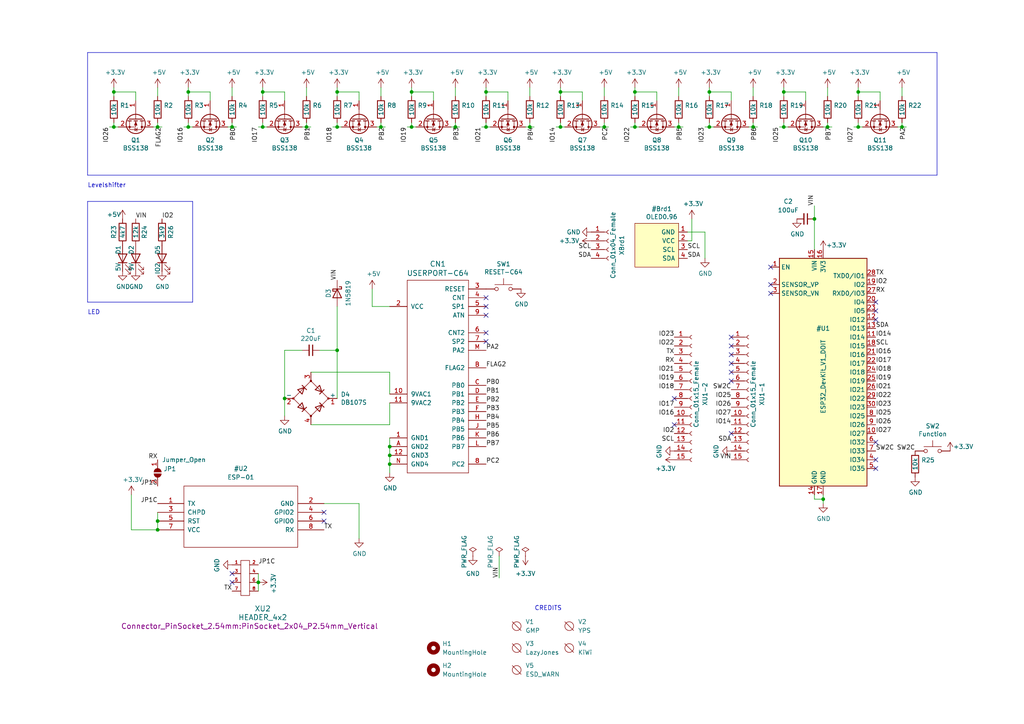
<source format=kicad_sch>
(kicad_sch (version 20231120) (generator "eeschema") (generator_version "8.0")
  (paper "A4")
  (title_block (title "WiC64 Plugin") (date "2021-01-18") (rev "0.6") (comment 1 "(C) 2021 by GMP"))
  (lib_symbols
    (symbol "Connector:Conn_01x04_Socket" (pin_names (offset 1.016) hide)
      (property "Reference" "J" (at 0 5.08 0))
      (property "Value" "Conn_01x04_Socket" (at 0 -7.62 0))
      (symbol "Conn_01x04_Socket_1_1"
        (pin passive line (at -5.08 2.54 0) (length 3.81) (name "Pin_1") (number "1"))
        (pin passive line (at -5.08 0 0) (length 3.81) (name "Pin_2") (number "2"))
        (pin passive line (at -5.08 -2.54 0) (length 3.81) (name "Pin_3") (number "3"))
        (pin passive line (at -5.08 -5.08 0) (length 3.81) (name "Pin_4") (number "4"))
      )
    )
    (symbol "Connector:Conn_01x15_Socket" (pin_names (offset 1.016) hide)
      (property "Reference" "J" (at 0 20.32 0))
      (property "Value" "Conn_01x15_Socket" (at 0 -20.32 0))
      (symbol "Conn_01x15_Socket_1_1"
        (pin passive line (at -5.08 17.78 0) (length 3.81) (name "Pin_1") (number "1"))
        (pin passive line (at -5.08 -5.08 0) (length 3.81) (name "Pin_10") (number "10"))
        (pin passive line (at -5.08 -7.62 0) (length 3.81) (name "Pin_11") (number "11"))
        (pin passive line (at -5.08 -10.16 0) (length 3.81) (name "Pin_12") (number "12"))
        (pin passive line (at -5.08 -12.7 0) (length 3.81) (name "Pin_13") (number "13"))
        (pin passive line (at -5.08 -15.24 0) (length 3.81) (name "Pin_14") (number "14"))
        (pin passive line (at -5.08 -17.78 0) (length 3.81) (name "Pin_15") (number "15"))
        (pin passive line (at -5.08 15.24 0) (length 3.81) (name "Pin_2") (number "2"))
        (pin passive line (at -5.08 12.7 0) (length 3.81) (name "Pin_3") (number "3"))
        (pin passive line (at -5.08 10.16 0) (length 3.81) (name "Pin_4") (number "4"))
        (pin passive line (at -5.08 7.62 0) (length 3.81) (name "Pin_5") (number "5"))
        (pin passive line (at -5.08 5.08 0) (length 3.81) (name "Pin_6") (number "6"))
        (pin passive line (at -5.08 2.54 0) (length 3.81) (name "Pin_7") (number "7"))
        (pin passive line (at -5.08 0 0) (length 3.81) (name "Pin_8") (number "8"))
        (pin passive line (at -5.08 -2.54 0) (length 3.81) (name "Pin_9") (number "9"))
      )
    )
    (symbol "Device:C_Small" (pin_numbers hide) (pin_names (offset 0.254) hide)
      (property "Reference" "C" (at 0.254 1.778 0))
      (property "Value" "C_Small" (at 0.254 -2.032 0))
      (symbol "C_Small_1_1"
        (pin passive line (at 0 2.54 270) (length 2.032) (name "~") (number "1"))
        (pin passive line (at 0 -2.54 90) (length 2.032) (name "~") (number "2"))
      )
    )
    (symbol "Device:D_Bridge_+-AA" (pin_names (offset 0))
      (property "Reference" "D" (at 2.54 6.985 0))
      (property "Value" "D_Bridge_+-AA" (at 2.54 5.08 0))
      (symbol "D_Bridge_+-AA_1_1"
        (pin passive line (at 7.62 0 180) (length 2.54) (name "+") (number "1"))
        (pin passive line (at -7.62 0 0) (length 2.54) (name "-") (number "2"))
        (pin passive line (at 0 7.62 270) (length 2.54) (name "~") (number "3"))
        (pin passive line (at 0 -7.62 90) (length 2.54) (name "~") (number "4"))
      )
    )
    (symbol "Device:D_Schottky" (pin_numbers hide) (pin_names (offset 1.016) hide)
      (property "Reference" "D" (at 0 2.54 0))
      (property "Value" "D_Schottky" (at 0 -2.54 0))
      (symbol "D_Schottky_1_1"
        (pin passive line (at -3.81 0 0) (length 2.54) (name "K") (number "1"))
        (pin passive line (at 3.81 0 180) (length 2.54) (name "A") (number "2"))
      )
    )
    (symbol "Device:LED" (pin_numbers hide) (pin_names (offset 1.016) hide)
      (property "Reference" "D" (at 0 2.54 0))
      (property "Value" "LED" (at 0 -2.54 0))
      (symbol "LED_1_1"
        (pin passive line (at -3.81 0 0) (length 2.54) (name "K") (number "1"))
        (pin passive line (at 3.81 0 180) (length 2.54) (name "A") (number "2"))
      )
    )
    (symbol "Device:R" (pin_numbers hide) (pin_names (offset 0))
      (property "Reference" "R" (at 2.032 0 90))
      (property "Value" "R" (at 0 0 90))
      (symbol "R_1_1"
        (pin passive line (at 0 3.81 270) (length 1.27) (name "~") (number "1"))
        (pin passive line (at 0 -3.81 90) (length 1.27) (name "~") (number "2"))
      )
    )
    (symbol "ESP8266:ESP-01" (pin_names (offset 1.016))
      (property "Reference" "U" (at 0 -2.54 0))
      (property "Value" "ESP-01" (at 0 2.54 0))
      (symbol "ESP-01_1_1"
        (pin output line (at -24.13 3.81 0) (length 7.62) (name "TX") (number "1"))
        (pin power_in line (at 24.13 3.81 180) (length 7.62) (name "GND") (number "2"))
        (pin input line (at -24.13 1.27 0) (length 7.62) (name "CHPD") (number "3"))
        (pin tri_state line (at 24.13 1.27 180) (length 7.62) (name "GPIO2") (number "4"))
        (pin input line (at -24.13 -1.27 0) (length 7.62) (name "RST") (number "5"))
        (pin tri_state line (at 24.13 -1.27 180) (length 7.62) (name "GPIO0") (number "6"))
        (pin power_in line (at -24.13 -3.81 0) (length 7.62) (name "VCC") (number "7"))
        (pin input line (at 24.13 -3.81 180) (length 7.62) (name "RX") (number "8"))
      )
    )
    (symbol "Jumper:SolderJumper_2_Open" (pin_names (offset 0) hide)
      (property "Reference" "JP" (at 0 2.032 0))
      (property "Value" "SolderJumper_2_Open" (at 0 -2.54 0))
      (symbol "SolderJumper_2_Open_1_1"
        (pin passive line (at -3.81 0 0) (length 2.54) (name "A") (number "1"))
        (pin passive line (at 3.81 0 180) (length 2.54) (name "B") (number "2"))
      )
    )
    (symbol "Mechanical:MountingHole" (pin_names (offset 1.016)) (exclude_from_sim yes) (in_bom no)
      (property "Reference" "H" (at 0 5.08 0))
      (property "Value" "MountingHole" (at 0 3.175 0))
    )
    (symbol "SSD1306-128x64_OLED:SSD1306" (pin_names (offset 1.016))
      (property "Reference" "Brd" (at 0 -3.81 0))
      (property "Value" "SSD1306" (at 0 -1.27 0))
      (symbol "SSD1306_1_1"
        (pin input line (at -3.81 8.89 270) (length 2.54) (name "GND") (number "1"))
        (pin input line (at -1.27 8.89 270) (length 2.54) (name "VCC") (number "2"))
        (pin input line (at 1.27 8.89 270) (length 2.54) (name "SCL") (number "3"))
        (pin input line (at 3.81 8.89 270) (length 2.54) (name "SDA") (number "4"))
      )
    )
    (symbol "Switch:SW_Push" (pin_numbers hide) (pin_names (offset 1.016) hide)
      (property "Reference" "SW" (at 1.27 2.54 0))
      (property "Value" "SW_Push" (at 0 -1.524 0))
      (symbol "SW_Push_0_1"
        (pin passive line (at -5.08 0 0) (length 2.54) (name "1") (number "1"))
        (pin passive line (at 5.08 0 180) (length 2.54) (name "2") (number "2"))
      )
    )
    (symbol "Transistor_FET:BSS138" (pin_names hide)
      (property "Reference" "Q" (at 5.08 1.905 0))
      (property "Value" "BSS138" (at 5.08 0 0))
      (symbol "BSS138_1_1"
        (pin input line (at -5.08 0 0) (length 2.54) (name "G") (number "1"))
        (pin passive line (at 2.54 -5.08 90) (length 2.54) (name "S") (number "2"))
        (pin passive line (at 2.54 5.08 270) (length 2.54) (name "D") (number "3"))
      )
    )
    (symbol "cbm-connectors:USERPORT-C64-CONN" (pin_names (offset 1.016))
      (property "Reference" "CN" (at -10.16 28.448 0))
      (property "Value" "USERPORT-C64-CONN" (at -10.16 -30.48 0))
      (property "Footprint" "cbm-connectors:UPS24CONN" (at 0 0 0))
      (symbol "USERPORT-C64-CONN_1_0"
        (pin power_in line (at -15.24 -17.78 0) (length 5.08) (name "GND1") (number "1"))
        (pin power_out line (at -15.24 -5.08 0) (length 5.08) (name "9VAC1") (number "10"))
        (pin power_out line (at -15.24 -7.62 0) (length 5.08) (name "9VAC2") (number "11"))
        (pin power_in line (at -15.24 -22.86 0) (length 5.08) (name "GND3") (number "12"))
        (pin power_out line (at -15.24 20.32 0) (length 5.08) (name "VCC") (number "2"))
        (pin passive line (at 12.7 25.4 180) (length 5.08) (name "RESET") (number "3"))
        (pin input line (at 12.7 22.86 180) (length 5.08) (name "CNT") (number "4"))
        (pin bidirectional line (at 12.7 20.32 180) (length 5.08) (name "SP1") (number "5"))
        (pin input line (at 12.7 12.7 180) (length 5.08) (name "CNT2") (number "6"))
        (pin bidirectional line (at 12.7 10.16 180) (length 5.08) (name "SP2") (number "7"))
        (pin output line (at 12.7 -25.4 180) (length 5.08) (name "PC2") (number "8"))
        (pin output line (at 12.7 17.78 180) (length 5.08) (name "ATN") (number "9"))
        (pin power_in line (at -15.24 -20.32 0) (length 5.08) (name "GND2") (number "A"))
        (pin input line (at 12.7 2.54 180) (length 5.08) (name "FLAG2") (number "B"))
        (pin bidirectional line (at 12.7 -2.54 180) (length 5.08) (name "PB0") (number "C"))
        (pin bidirectional line (at 12.7 -5.08 180) (length 5.08) (name "PB1") (number "D"))
        (pin bidirectional line (at 12.7 -7.62 180) (length 5.08) (name "PB2") (number "E"))
        (pin bidirectional line (at 12.7 -10.16 180) (length 5.08) (name "PB3") (number "F"))
        (pin bidirectional line (at 12.7 -12.7 180) (length 5.08) (name "PB4") (number "H"))
        (pin bidirectional line (at 12.7 -15.24 180) (length 5.08) (name "PB5") (number "J"))
        (pin bidirectional line (at 12.7 -17.78 180) (length 5.08) (name "PB6") (number "K"))
        (pin bidirectional line (at 12.7 -20.32 180) (length 5.08) (name "PB7") (number "L"))
        (pin bidirectional line (at 12.7 7.62 180) (length 5.08) (name "PA2") (number "M"))
        (pin power_in line (at -15.24 -25.4 0) (length 5.08) (name "GND4") (number "N"))
      )
    )
    (symbol "esp32_devkit_v1_doit:ESP32_DevKit_V1_DOIT"
      (property "Reference" "U" (at -11.43 34.29 0))
      (property "Value" "ESP32_DevKit_V1_DOIT" (at 11.43 34.29 0))
      (symbol "ESP32_DevKit_V1_DOIT_1_1"
        (pin input line (at -15.24 30.48 0) (length 2.54) (name "EN") (number "1"))
        (pin bidirectional line (at 15.24 -17.78 180) (length 2.54) (name "IO27") (number "10"))
        (pin bidirectional line (at 15.24 10.16 180) (length 2.54) (name "IO14") (number "11"))
        (pin bidirectional line (at 15.24 15.24 180) (length 2.54) (name "IO12") (number "12"))
        (pin bidirectional line (at 15.24 12.7 180) (length 2.54) (name "IO13") (number "13"))
        (pin power_in line (at -2.54 -35.56 90) (length 2.54) (name "GND") (number "14"))
        (pin power_in line (at -2.54 35.56 270) (length 2.54) (name "VIN") (number "15"))
        (pin power_in line (at 0 35.56 270) (length 2.54) (name "3V3") (number "16"))
        (pin power_in line (at 0 -35.56 90) (length 2.54) (name "GND") (number "17"))
        (pin bidirectional line (at 15.24 7.62 180) (length 2.54) (name "IO15") (number "18"))
        (pin bidirectional line (at 15.24 25.4 180) (length 2.54) (name "IO2") (number "19"))
        (pin input line (at -15.24 25.4 0) (length 2.54) (name "SENSOR_VP") (number "2"))
        (pin bidirectional line (at 15.24 20.32 180) (length 2.54) (name "IO4") (number "20"))
        (pin bidirectional line (at 15.24 5.08 180) (length 2.54) (name "IO16") (number "21"))
        (pin bidirectional line (at 15.24 2.54 180) (length 2.54) (name "IO17") (number "22"))
        (pin bidirectional line (at 15.24 17.78 180) (length 2.54) (name "IO5") (number "23"))
        (pin bidirectional line (at 15.24 0 180) (length 2.54) (name "IO18") (number "24"))
        (pin bidirectional line (at 15.24 -2.54 180) (length 2.54) (name "IO19") (number "25"))
        (pin bidirectional line (at 15.24 -5.08 180) (length 2.54) (name "IO21") (number "26"))
        (pin bidirectional line (at 15.24 22.86 180) (length 2.54) (name "RXD0/IO3") (number "27"))
        (pin bidirectional line (at 15.24 27.94 180) (length 2.54) (name "TXD0/IO1") (number "28"))
        (pin bidirectional line (at 15.24 -7.62 180) (length 2.54) (name "IO22") (number "29"))
        (pin input line (at -15.24 22.86 0) (length 2.54) (name "SENSOR_VN") (number "3"))
        (pin bidirectional line (at 15.24 -10.16 180) (length 2.54) (name "IO23") (number "30"))
        (pin input line (at 15.24 -25.4 180) (length 2.54) (name "IO34") (number "4"))
        (pin input line (at 15.24 -27.94 180) (length 2.54) (name "IO35") (number "5"))
        (pin bidirectional line (at 15.24 -20.32 180) (length 2.54) (name "IO32") (number "6"))
        (pin bidirectional line (at 15.24 -22.86 180) (length 2.54) (name "IO33") (number "7"))
        (pin bidirectional line (at 15.24 -12.7 180) (length 2.54) (name "IO25") (number "8"))
        (pin bidirectional line (at 15.24 -15.24 180) (length 2.54) (name "IO26") (number "9"))
      )
    )
    (symbol "power:+3.3V" (power) (pin_names (offset 0))
      (property "Value" "+3.3V" (at 0 3.556 0))
      (symbol "+3.3V_1_1"
        (pin power_in line (at 0 0 90) (length 0) hide (name "+3.3V") (number "1"))
      )
    )
    (symbol "power:+5V" (power) (pin_names (offset 0))
      (property "Value" "+5V" (at 0 3.556 0))
      (symbol "+5V_1_1"
        (pin power_in line (at 0 0 90) (length 0) hide (name "+5V") (number "1"))
      )
    )
    (symbol "power:GND" (power) (pin_names (offset 0))
      (property "Value" "GND" (at 0 -3.81 0))
      (symbol "GND_1_1"
        (pin power_in line (at 0 0 270) (length 0) hide (name "GND") (number "1"))
      )
    )
    (symbol "power:PWR_FLAG" (power) (pin_numbers hide) (pin_names (offset 0) hide)
      (property "Value" "PWR_FLAG" (at 0 3.81 0))
      (symbol "PWR_FLAG_0_0"
        (pin power_out line (at 0 0 90) (length 0) (name "pwr") (number "1"))
      )
    )
    (symbol "void:Void" (pin_numbers hide) (pin_names (offset 0) hide)
      (property "Reference" "V" (at 0 -2.54 0))
      (property "Value" "Void" (at 0 2.54 0))
    )
    (symbol "w_connectors:HEADER_4x2" (pin_names (offset 0))
      (property "Reference" "J" (at 0 6.35 0))
      (property "Value" "HEADER_4x2" (at 0 -6.35 0))
      (symbol "HEADER_4x2_1_1"
        (pin passive line (at -3.81 3.81 0) (length 2.54) (name "~") (number "1"))
        (pin passive line (at 3.81 3.81 180) (length 2.54) (name "~") (number "2"))
        (pin passive line (at -3.81 1.27 0) (length 2.54) (name "~") (number "3"))
        (pin passive line (at 3.81 1.27 180) (length 2.54) (name "~") (number "4"))
        (pin passive line (at -3.81 -1.27 0) (length 2.54) (name "~") (number "5"))
        (pin passive line (at 3.81 -1.27 180) (length 2.54) (name "~") (number "6"))
        (pin passive line (at -3.81 -3.81 0) (length 2.54) (name "~") (number "7"))
        (pin passive line (at 3.81 -3.81 180) (length 2.54) (name "~") (number "8"))
      )
    )
  )
  (junction (at 76.2 26.67))
  (junction (at 97.79 26.67))
  (junction (at 248.92 36.83))
  (junction (at 54.61 26.67))
  (junction (at 248.92 26.67))
  (junction (at 113.03 132.08))
  (junction (at 119.38 36.83))
  (junction (at 236.22 63.5))
  (junction (at 113.03 129.54))
  (junction (at 33.02 26.67))
  (junction (at 175.26 36.83))
  (junction (at 45.72 153.67))
  (junction (at 261.62 36.83))
  (junction (at 97.79 101.6))
  (junction (at 205.74 36.83))
  (junction (at 140.97 26.67))
  (junction (at 227.33 36.83))
  (junction (at 196.85 36.83))
  (junction (at 205.74 26.67))
  (junction (at 240.03 36.83))
  (junction (at 162.56 26.67))
  (junction (at 88.9 36.83))
  (junction (at 119.38 26.67))
  (junction (at 140.97 36.83))
  (junction (at 113.03 134.62))
  (junction (at 54.61 36.83))
  (junction (at 110.49 36.83))
  (junction (at 218.44 36.83))
  (junction (at 153.67 36.83))
  (junction (at 227.33 26.67))
  (junction (at 74.93 168.91))
  (junction (at 132.08 36.83))
  (junction (at 45.72 151.13))
  (junction (at 184.15 36.83))
  (junction (at 82.55 115.57))
  (junction (at 33.02 36.83))
  (junction (at 76.2 36.83))
  (junction (at 97.79 36.83))
  (junction (at 162.56 36.83))
  (junction (at 45.72 36.83))
  (junction (at 238.76 144.78))
  (junction (at 184.15 26.67))
  (junction (at 67.31 36.83))
  (no_connect (at 254 92.71))
  (no_connect (at 254 133.35))
  (no_connect (at 195.58 123.19))
  (no_connect (at 93.98 148.59))
  (no_connect (at 212.09 105.41))
  (no_connect (at 140.97 91.44))
  (no_connect (at 254 135.89))
  (no_connect (at 140.97 86.36))
  (no_connect (at 212.09 97.79))
  (no_connect (at 254 87.63))
  (no_connect (at 254 90.17))
  (no_connect (at 140.97 88.9))
  (no_connect (at 212.09 110.49))
  (no_connect (at 254 128.27))
  (no_connect (at 223.52 82.55))
  (no_connect (at 212.09 107.95))
  (no_connect (at 223.52 85.09))
  (no_connect (at 212.09 102.87))
  (no_connect (at 67.31 166.37))
  (no_connect (at 140.97 96.52))
  (no_connect (at 223.52 77.47))
  (no_connect (at 212.09 125.73))
  (no_connect (at 195.58 115.57))
  (no_connect (at 67.31 168.91))
  (no_connect (at 93.98 151.13))
  (no_connect (at 140.97 99.06))
  (no_connect (at 212.09 100.33))
  (wire (pts (xy 120.65 36.83) (xy 119.38 36.83)))
  (wire (pts (xy 173.99 36.83) (xy 175.26 36.83)))
  (wire (pts (xy 140.97 27.94) (xy 140.97 26.67)))
  (wire (pts (xy 147.32 29.21) (xy 147.32 26.67)))
  (wire (pts (xy 175.26 27.94) (xy 175.26 25.4)))
  (wire (pts (xy 109.22 36.83) (xy 110.49 36.83)))
  (wire (pts (xy 38.1 143.51) (xy 38.1 153.67)))
  (wire (pts (xy 184.15 36.83) (xy 184.15 35.56)))
  (wire (pts (xy 33.02 36.83) (xy 33.02 35.56)))
  (wire (pts (xy 248.92 36.83) (xy 248.92 35.56)))
  (wire (pts (xy 97.79 36.83) (xy 97.79 35.56)))
  (wire (pts (xy 207.01 36.83) (xy 205.74 36.83)))
  (wire (pts (xy 153.67 27.94) (xy 153.67 25.4)))
  (wire (pts (xy 147.32 26.67) (xy 140.97 26.67)))
  (polyline (pts (xy 271.78 50.8) (xy 25.4 50.8)))
  (wire (pts (xy 97.79 26.67) (xy 97.79 25.4)))
  (wire (pts (xy 175.26 36.83) (xy 175.26 35.56)))
  (wire (pts (xy 162.56 36.83) (xy 161.29 36.83)))
  (wire (pts (xy 248.92 36.83) (xy 247.65 36.83)))
  (wire (pts (xy 119.38 27.94) (xy 119.38 26.67)))
  (wire (pts (xy 119.38 26.67) (xy 119.38 25.4)))
  (wire (pts (xy 113.03 137.16) (xy 113.03 134.62)))
  (wire (pts (xy 82.55 26.67) (xy 76.2 26.67)))
  (wire (pts (xy 205.74 26.67) (xy 205.74 25.4)))
  (wire (pts (xy 227.33 26.67) (xy 227.33 25.4)))
  (wire (pts (xy 76.2 26.67) (xy 76.2 25.4)))
  (polyline (pts (xy 25.4 58.42) (xy 55.88 58.42)))
  (wire (pts (xy 54.61 27.94) (xy 54.61 26.67)))
  (wire (pts (xy 74.93 166.37) (xy 74.93 168.91)))
  (wire (pts (xy 190.5 26.67) (xy 184.15 26.67)))
  (wire (pts (xy 152.4 36.83) (xy 153.67 36.83)))
  (wire (pts (xy 34.29 36.83) (xy 33.02 36.83)))
  (wire (pts (xy 217.17 36.83) (xy 218.44 36.83)))
  (wire (pts (xy 113.03 132.08) (xy 113.03 129.54)))
  (wire (pts (xy 45.72 36.83) (xy 45.72 35.56)))
  (wire (pts (xy 240.03 27.94) (xy 240.03 25.4)))
  (wire (pts (xy 238.76 143.51) (xy 238.76 144.78)))
  (wire (pts (xy 248.92 27.94) (xy 248.92 26.67)))
  (wire (pts (xy 74.93 171.45) (xy 74.93 168.91)))
  (wire (pts (xy 227.33 27.94) (xy 227.33 26.67)))
  (wire (pts (xy 97.79 27.94) (xy 97.79 26.67)))
  (wire (pts (xy 228.6 36.83) (xy 227.33 36.83)))
  (wire (pts (xy 45.72 151.13) (xy 45.72 153.67)))
  (wire (pts (xy 104.14 26.67) (xy 97.79 26.67)))
  (wire (pts (xy 110.49 36.83) (xy 110.49 35.56)))
  (wire (pts (xy 168.91 29.21) (xy 168.91 26.67)))
  (wire (pts (xy 39.37 26.67) (xy 33.02 26.67)))
  (wire (pts (xy 119.38 36.83) (xy 119.38 35.56)))
  (wire (pts (xy 76.2 36.83) (xy 74.93 36.83)))
  (wire (pts (xy 60.96 26.67) (xy 54.61 26.67)))
  (wire (pts (xy 261.62 36.83) (xy 261.62 35.56)))
  (wire (pts (xy 107.95 88.9) (xy 107.95 83.82)))
  (wire (pts (xy 140.97 36.83) (xy 139.7 36.83)))
  (wire (pts (xy 125.73 26.67) (xy 119.38 26.67)))
  (wire (pts (xy 240.03 36.83) (xy 241.3 36.83)))
  (wire (pts (xy 38.1 153.67) (xy 45.72 153.67)))
  (wire (pts (xy 67.31 36.83) (xy 67.31 35.56)))
  (wire (pts (xy 196.85 27.94) (xy 196.85 25.4)))
  (wire (pts (xy 195.58 36.83) (xy 196.85 36.83)))
  (wire (pts (xy 212.09 29.21) (xy 212.09 26.67)))
  (wire (pts (xy 205.74 27.94) (xy 205.74 26.67)))
  (wire (pts (xy 54.61 36.83) (xy 53.34 36.83)))
  (wire (pts (xy 90.17 123.19) (xy 113.03 123.19)))
  (polyline (pts (xy 25.4 58.42) (xy 25.4 87.63)))
  (wire (pts (xy 132.08 27.94) (xy 132.08 25.4)))
  (wire (pts (xy 45.72 36.83) (xy 46.99 36.83)))
  (wire (pts (xy 87.63 101.6) (xy 82.55 101.6)))
  (wire (pts (xy 260.35 36.83) (xy 261.62 36.83)))
  (wire (pts (xy 144.78 161.29) (xy 144.78 167.64)))
  (wire (pts (xy 88.9 36.83) (xy 88.9 35.56)))
  (wire (pts (xy 162.56 26.67) (xy 162.56 25.4)))
  (wire (pts (xy 238.76 36.83) (xy 240.03 36.83)))
  (wire (pts (xy 97.79 36.83) (xy 96.52 36.83)))
  (wire (pts (xy 104.14 146.05) (xy 104.14 156.21)))
  (wire (pts (xy 168.91 26.67) (xy 162.56 26.67)))
  (wire (pts (xy 113.03 123.19) (xy 113.03 116.84)))
  (wire (pts (xy 205.74 36.83) (xy 204.47 36.83)))
  (wire (pts (xy 199.39 69.85) (xy 200.66 69.85)))
  (wire (pts (xy 199.39 67.31) (xy 204.47 67.31)))
  (wire (pts (xy 119.38 36.83) (xy 118.11 36.83)))
  (wire (pts (xy 113.03 88.9) (xy 107.95 88.9)))
  (wire (pts (xy 236.22 63.5) (xy 236.22 72.39)))
  (wire (pts (xy 54.61 36.83) (xy 54.61 35.56)))
  (wire (pts (xy 200.66 69.85) (xy 200.66 63.5)))
  (wire (pts (xy 113.03 129.54) (xy 113.03 127)))
  (wire (pts (xy 125.73 29.21) (xy 125.73 26.67)))
  (polyline (pts (xy 271.78 15.24) (xy 271.78 50.8)))
  (wire (pts (xy 104.14 29.21) (xy 104.14 26.67)))
  (wire (pts (xy 66.04 36.83) (xy 67.31 36.83)))
  (wire (pts (xy 33.02 26.67) (xy 33.02 25.4)))
  (wire (pts (xy 142.24 36.83) (xy 140.97 36.83)))
  (wire (pts (xy 110.49 36.83) (xy 111.76 36.83)))
  (wire (pts (xy 248.92 26.67) (xy 248.92 25.4)))
  (wire (pts (xy 67.31 36.83) (xy 68.58 36.83)))
  (wire (pts (xy 163.83 36.83) (xy 162.56 36.83)))
  (wire (pts (xy 261.62 36.83) (xy 262.89 36.83)))
  (wire (pts (xy 153.67 36.83) (xy 153.67 35.56)))
  (wire (pts (xy 236.22 63.5) (xy 236.22 59.69)))
  (wire (pts (xy 45.72 27.94) (xy 45.72 25.4)))
  (wire (pts (xy 205.74 36.83) (xy 205.74 35.56)))
  (wire (pts (xy 55.88 36.83) (xy 54.61 36.83)))
  (wire (pts (xy 67.31 27.94) (xy 67.31 25.4)))
  (polyline (pts (xy 25.4 15.24) (xy 271.78 15.24)))
  (wire (pts (xy 33.02 36.83) (xy 31.75 36.83)))
  (wire (pts (xy 88.9 27.94) (xy 88.9 25.4)))
  (wire (pts (xy 132.08 36.83) (xy 133.35 36.83)))
  (wire (pts (xy 140.97 36.83) (xy 140.97 35.56)))
  (wire (pts (xy 92.71 101.6) (xy 97.79 101.6)))
  (wire (pts (xy 238.76 144.78) (xy 238.76 146.05)))
  (wire (pts (xy 184.15 36.83) (xy 182.88 36.83)))
  (wire (pts (xy 90.17 107.95) (xy 113.03 107.95)))
  (wire (pts (xy 236.22 144.78) (xy 238.76 144.78)))
  (wire (pts (xy 261.62 27.94) (xy 261.62 25.4)))
  (wire (pts (xy 196.85 36.83) (xy 198.12 36.83)))
  (polyline (pts (xy 25.4 15.24) (xy 25.4 50.8)))
  (wire (pts (xy 97.79 101.6) (xy 97.79 115.57)))
  (wire (pts (xy 184.15 27.94) (xy 184.15 26.67)))
  (wire (pts (xy 76.2 27.94) (xy 76.2 26.67)))
  (wire (pts (xy 54.61 26.67) (xy 54.61 25.4)))
  (wire (pts (xy 185.42 36.83) (xy 184.15 36.83)))
  (wire (pts (xy 77.47 36.83) (xy 76.2 36.83)))
  (wire (pts (xy 240.03 36.83) (xy 240.03 35.56)))
  (wire (pts (xy 97.79 88.9) (xy 97.79 101.6)))
  (wire (pts (xy 250.19 36.83) (xy 248.92 36.83)))
  (wire (pts (xy 113.03 107.95) (xy 113.03 114.3)))
  (wire (pts (xy 153.67 36.83) (xy 154.94 36.83)))
  (wire (pts (xy 76.2 36.83) (xy 76.2 35.56)))
  (wire (pts (xy 132.08 36.83) (xy 132.08 35.56)))
  (wire (pts (xy 39.37 29.21) (xy 39.37 26.67)))
  (wire (pts (xy 45.72 148.59) (xy 45.72 151.13)))
  (wire (pts (xy 233.68 29.21) (xy 233.68 26.67)))
  (wire (pts (xy 233.68 26.67) (xy 227.33 26.67)))
  (wire (pts (xy 60.96 29.21) (xy 60.96 26.67)))
  (polyline (pts (xy 55.88 58.42) (xy 55.88 87.63)))
  (wire (pts (xy 87.63 36.83) (xy 88.9 36.83)))
  (wire (pts (xy 218.44 36.83) (xy 218.44 35.56)))
  (wire (pts (xy 93.98 146.05) (xy 104.14 146.05)))
  (wire (pts (xy 175.26 36.83) (xy 176.53 36.83)))
  (wire (pts (xy 255.27 26.67) (xy 248.92 26.67)))
  (wire (pts (xy 227.33 36.83) (xy 227.33 35.56)))
  (wire (pts (xy 88.9 36.83) (xy 90.17 36.83)))
  (wire (pts (xy 184.15 26.67) (xy 184.15 25.4)))
  (wire (pts (xy 82.55 120.65) (xy 82.55 115.57)))
  (wire (pts (xy 99.06 36.83) (xy 97.79 36.83)))
  (wire (pts (xy 113.03 134.62) (xy 113.03 132.08)))
  (wire (pts (xy 130.81 36.83) (xy 132.08 36.83)))
  (wire (pts (xy 162.56 27.94) (xy 162.56 26.67)))
  (wire (pts (xy 218.44 27.94) (xy 218.44 25.4)))
  (wire (pts (xy 227.33 36.83) (xy 226.06 36.83)))
  (wire (pts (xy 82.55 29.21) (xy 82.55 26.67)))
  (wire (pts (xy 82.55 101.6) (xy 82.55 115.57)))
  (wire (pts (xy 110.49 27.94) (xy 110.49 25.4)))
  (wire (pts (xy 255.27 29.21) (xy 255.27 26.67)))
  (wire (pts (xy 236.22 143.51) (xy 236.22 144.78)))
  (wire (pts (xy 140.97 26.67) (xy 140.97 25.4)))
  (wire (pts (xy 190.5 29.21) (xy 190.5 26.67)))
  (wire (pts (xy 212.09 26.67) (xy 205.74 26.67)))
  (wire (pts (xy 44.45 36.83) (xy 45.72 36.83)))
  (polyline (pts (xy 55.88 87.63) (xy 25.4 87.63)))
  (wire (pts (xy 218.44 36.83) (xy 219.71 36.83)))
  (wire (pts (xy 33.02 27.94) (xy 33.02 26.67)))
  (wire (pts (xy 204.47 67.31) (xy 204.47 74.93)))
  (wire (pts (xy 162.56 36.83) (xy 162.56 35.56)))
  (wire (pts (xy 196.85 36.83) (xy 196.85 35.56)))
  (text "CREDITS" (at 159.004 176.53 0) (effects (font (size 1.27 1.27))))
  (text "Levelshifter" (at 25.4 54.61 0) (effects (font (size 1.27 1.27)) (justify left bottom)))
  (text "LED" (at 25.4 91.44 0) (effects (font (size 1.27 1.27)) (justify left bottom)))
  (label "SW2C" (at 254 130.81 0))
  (label "IO14" (at 212.09 123.19 180))
  (label "TX" (at 195.58 102.87 180))
  (label "IO27" (at 212.09 120.65 180))
  (label "VIN" (at 97.79 81.28 90))
  (label "PB5" (at 198.12 36.83 270))
  (label "IO21" (at 254 113.03 0))
  (label "FLAG2" (at 140.97 106.68 0))
  (label "IO2" (at 195.58 125.73 180))
  (label "IO16" (at 254 102.87 0))
  (label "IO21" (at 139.7 36.83 270))
  (label "VIN" (at 144.78 167.64 90))
  (label "IO17" (at 254 105.41 0))
  (label "PB5" (at 140.97 124.46 0))
  (label "PC2" (at 140.97 134.62 0))
  (label "PB0" (at 140.97 111.76 0))
  (label "IO17" (at 74.93 36.83 270))
  (label "IO19" (at 195.58 110.49 180))
  (label "PC2" (at 176.53 36.83 270))
  (label "IO23" (at 204.47 36.83 270))
  (label "IO14" (at 254 97.79 0))
  (label "PB7" (at 140.97 129.54 0))
  (label "PB4" (at 154.94 36.83 270))
  (label "PB6" (at 140.97 127 0))
  (label "VIN" (at 39.37 63.5 0))
  (label "FLAG2" (at 46.99 36.83 270))
  (label "PA2" (at 262.89 36.83 270))
  (label "IO25" (at 212.09 115.57 180))
  (label "SDA" (at 171.45 74.93 180))
  (label "TX" (at 67.31 171.45 180))
  (label "IO2" (at 254 82.55 0))
  (label "IO18" (at 96.52 36.83 270))
  (label "VIN" (at 212.09 133.35 180))
  (label "IO27" (at 247.65 36.83 270))
  (label "IO19" (at 118.11 36.83 270))
  (label "IO26" (at 254 123.19 0))
  (label "IO26" (at 212.09 118.11 180))
  (label "RX" (at 254 85.09 0))
  (label "RX" (at 45.72 133.35 180))
  (label "PB3" (at 140.97 119.38 0))
  (label "JP1C" (at 45.72 140.97 180))
  (label "PB4" (at 140.97 121.92 0))
  (label "PB3" (at 133.35 36.83 270))
  (label "IO25" (at 254 120.65 0))
  (label "SCL" (at 254 100.33 0))
  (label "JP1C" (at 74.93 163.83 0))
  (label "SCL" (at 171.45 72.39 180))
  (label "IO18" (at 195.58 113.03 180))
  (label "IO25" (at 226.06 36.83 270))
  (label "PB7" (at 241.3 36.83 270))
  (label "PB2" (at 111.76 36.83 270))
  (label "IO18" (at 254 107.95 0))
  (label "PB0" (at 68.58 36.83 270))
  (label "SW2C" (at 265.43 130.81 180))
  (label "IO17" (at 195.58 118.11 180))
  (label "IO23" (at 254 118.11 0))
  (label "PB1" (at 90.17 36.83 270))
  (label "IO21" (at 195.58 107.95 180))
  (label "IO19" (at 254 110.49 0))
  (label "TX" (at 254 80.01 0))
  (label "PA2" (at 140.97 101.6 0))
  (label "IO27" (at 254 125.73 0))
  (label "SDA" (at 212.09 128.27 180))
  (label "SDA" (at 199.39 74.93 0))
  (label "VIN" (at 236.22 59.69 90))
  (label "SDA" (at 254 95.25 0))
  (label "IO22" (at 195.58 100.33 180))
  (label "IO23" (at 195.58 97.79 180))
  (label "PB1" (at 140.97 114.3 0))
  (label "IO2" (at 46.99 63.5 0))
  (label "PB6" (at 219.71 36.83 270))
  (label "IO14" (at 161.29 36.83 270))
  (label "JP1C" (at 45.72 146.05 180))
  (label "RX" (at 195.58 105.41 180))
  (label "SW2C" (at 212.09 113.03 180))
  (label "SCL" (at 195.58 128.27 180))
  (label "IO22" (at 182.88 36.83 270))
  (label "IO16" (at 53.34 36.83 270))
  (label "IO16" (at 195.58 120.65 180))
  (label "PB2" (at 140.97 116.84 0))
  (label "IO26" (at 31.75 36.83 270))
  (label "IO22" (at 254 115.57 0))
  (label "TX" (at 93.98 153.67 0))
  (label "SCL" (at 199.39 72.39 0))
  (symbol (lib_id "cbm-connectors:USERPORT-C64-CONN") (at 128.27 109.22 0) (unit 1)
    (property "Reference" "CN1" (at 127 76.5556 0) (effects (font (size 1.4986 1.4986))))
    (property "Value" "USERPORT-C64" (at 127 79.2226 0) (effects (font (size 1.4986 1.4986))))
    (property "Footprint" "cbm-connectors:UPS24CONN" (effects (hide yes)))
  )
  (symbol (lib_id "power:GND") (at 113.03 137.16 0) (unit 1)
    (property "Reference" "#PWR031" (effects (hide yes)))
    (property "Value" "GND" (at 113.157 141.5542 0))
  )
  (symbol (lib_id "power:+5V") (at 107.95 83.82 0) (unit 1)
    (property "Reference" "#PWR028" (effects (hide yes)))
    (property "Value" "+5V" (at 108.331 79.4258 0))
  )
  (symbol (lib_id "Switch:SW_Push") (at 146.05 83.82 0) (unit 1)
    (property "Reference" "SW1" (at 146.05 76.581 0))
    (property "Value" "RESET-C64" (at 146.05 78.8924 0))
    (property "Footprint" "Button_Switch_THT:SW_Tactile_SPST_Angled_PTS645Vx58-2LFS" (effects (hide yes)))
    (property "LCSC" "C406160" (effects (hide yes)))
  )
  (symbol (lib_id "power:GND") (at 151.13 83.82 0) (unit 1)
    (property "Reference" "#PWR029" (effects (hide yes)))
    (property "Value" "GND" (at 151.257 88.2142 0))
  )
  (symbol (lib_id "esp32_devkit_v1_doit:ESP32_DevKit_V1_DOIT") (at 238.76 107.95 0) (unit 1)
    (property "Reference" "#U1" (at 238.76 95.25 0))
    (property "Value" "ESP32_DevKit_V1_DOIT" (at 238.76 109.22 90))
    (property "Footprint" "ESP32_DevKit_V1_DOIT:esp32_devkit_v1_doit" (effects (hide yes)))
    (property "Datasheet" "https://aliexpress.com/item/32864722159.html" (effects (hide yes)))
  )
  (symbol (lib_id "Transistor_FET:BSS138") (at 39.37 34.29 270) (unit 1)
    (property "Reference" "Q1" (at 39.37 40.64 90))
    (property "Value" "BSS138" (at 39.37 42.9514 90))
    (property "Footprint" "Package_TO_SOT_SMD:SOT-23" (effects (hide yes)))
    (property "Datasheet" "https://www.fairchildsemi.com/datasheets/BS/BSS138.pdf" (effects (hide yes)))
    (property "LCSC" "C112239" (effects (hide yes)))
  )
  (symbol (lib_id "Device:R") (at 33.02 31.75 0) (unit 1)
    (property "Reference" "R1" (at 34.798 30.5816 0) (effects (justify left)))
    (property "Value" "10k" (at 33.02 31.75 90))
    (property "Footprint" "Resistor_SMD:R_0603_1608Metric" (effects (hide yes)))
    (property "LCSC" "C25804" (effects (hide yes)))
  )
  (symbol (lib_id "power:+3.3V") (at 33.02 25.4 0) (unit 1)
    (property "Reference" "#PWR01" (effects (hide yes)))
    (property "Value" "+3.3V" (at 33.401 21.0058 0))
  )
  (symbol (lib_id "power:+5V") (at 45.72 25.4 0) (unit 1)
    (property "Reference" "#PWR02" (effects (hide yes)))
    (property "Value" "+5V" (at 46.101 21.0058 0))
  )
  (symbol (lib_id "Device:R") (at 45.72 31.75 0) (unit 1)
    (property "Reference" "R2" (at 47.498 30.5816 0) (effects (justify left)))
    (property "Value" "10k" (at 45.72 31.75 90))
    (property "Footprint" "Resistor_SMD:R_0603_1608Metric" (effects (hide yes)))
    (property "LCSC" "C25804" (effects (hide yes)))
  )
  (symbol (lib_id "Transistor_FET:BSS138") (at 60.96 34.29 270) (unit 1)
    (property "Reference" "Q2" (at 60.96 40.64 90))
    (property "Value" "BSS138" (at 60.96 42.9514 90))
    (property "Footprint" "Package_TO_SOT_SMD:SOT-23" (effects (hide yes)))
    (property "Datasheet" "https://www.fairchildsemi.com/datasheets/BS/BSS138.pdf" (effects (hide yes)))
    (property "LCSC" "C112239" (effects (hide yes)))
  )
  (symbol (lib_id "Device:R") (at 54.61 31.75 0) (unit 1)
    (property "Reference" "R3" (at 56.388 30.5816 0) (effects (justify left)))
    (property "Value" "10k" (at 54.61 31.75 90))
    (property "Footprint" "Resistor_SMD:R_0603_1608Metric" (effects (hide yes)))
    (property "LCSC" "C25804" (effects (hide yes)))
  )
  (symbol (lib_id "power:+3.3V") (at 54.61 25.4 0) (unit 1)
    (property "Reference" "#PWR03" (effects (hide yes)))
    (property "Value" "+3.3V" (at 54.991 21.0058 0))
  )
  (symbol (lib_id "power:+5V") (at 67.31 25.4 0) (unit 1)
    (property "Reference" "#PWR04" (effects (hide yes)))
    (property "Value" "+5V" (at 67.691 21.0058 0))
  )
  (symbol (lib_id "Device:R") (at 67.31 31.75 0) (unit 1)
    (property "Reference" "R4" (at 69.088 30.5816 0) (effects (justify left)))
    (property "Value" "10k" (at 67.31 31.75 90))
    (property "Footprint" "Resistor_SMD:R_0603_1608Metric" (effects (hide yes)))
    (property "LCSC" "C25804" (effects (hide yes)))
  )
  (symbol (lib_id "Transistor_FET:BSS138") (at 82.55 34.29 270) (unit 1)
    (property "Reference" "Q3" (at 82.55 40.64 90))
    (property "Value" "BSS138" (at 82.55 42.9514 90))
    (property "Footprint" "Package_TO_SOT_SMD:SOT-23" (effects (hide yes)))
    (property "Datasheet" "https://www.fairchildsemi.com/datasheets/BS/BSS138.pdf" (effects (hide yes)))
    (property "LCSC" "C112239" (effects (hide yes)))
  )
  (symbol (lib_id "Device:R") (at 76.2 31.75 0) (unit 1)
    (property "Reference" "R5" (at 77.978 30.5816 0) (effects (justify left)))
    (property "Value" "10k" (at 76.2 31.75 90))
    (property "Footprint" "Resistor_SMD:R_0603_1608Metric" (effects (hide yes)))
    (property "LCSC" "C25804" (effects (hide yes)))
  )
  (symbol (lib_id "power:+3.3V") (at 76.2 25.4 0) (unit 1)
    (property "Reference" "#PWR05" (effects (hide yes)))
    (property "Value" "+3.3V" (at 76.581 21.0058 0))
  )
  (symbol (lib_id "power:+5V") (at 88.9 25.4 0) (unit 1)
    (property "Reference" "#PWR06" (effects (hide yes)))
    (property "Value" "+5V" (at 89.281 21.0058 0))
  )
  (symbol (lib_id "Device:R") (at 88.9 31.75 0) (unit 1)
    (property "Reference" "R6" (at 90.678 30.5816 0) (effects (justify left)))
    (property "Value" "10k" (at 88.9 31.75 90))
    (property "Footprint" "Resistor_SMD:R_0603_1608Metric" (effects (hide yes)))
    (property "LCSC" "C25804" (effects (hide yes)))
  )
  (symbol (lib_id "Transistor_FET:BSS138") (at 104.14 34.29 270) (unit 1)
    (property "Reference" "Q4" (at 104.14 40.64 90))
    (property "Value" "BSS138" (at 104.14 42.9514 90))
    (property "Footprint" "Package_TO_SOT_SMD:SOT-23" (effects (hide yes)))
    (property "Datasheet" "https://www.fairchildsemi.com/datasheets/BS/BSS138.pdf" (effects (hide yes)))
    (property "LCSC" "C112239" (effects (hide yes)))
  )
  (symbol (lib_id "Device:R") (at 97.79 31.75 0) (unit 1)
    (property "Reference" "R7" (at 99.568 30.5816 0) (effects (justify left)))
    (property "Value" "10k" (at 97.79 31.75 90))
    (property "Footprint" "Resistor_SMD:R_0603_1608Metric" (effects (hide yes)))
    (property "LCSC" "C25804" (effects (hide yes)))
  )
  (symbol (lib_id "power:+3.3V") (at 97.79 25.4 0) (unit 1)
    (property "Reference" "#PWR07" (effects (hide yes)))
    (property "Value" "+3.3V" (at 98.171 21.0058 0))
  )
  (symbol (lib_id "power:+5V") (at 110.49 25.4 0) (unit 1)
    (property "Reference" "#PWR08" (effects (hide yes)))
    (property "Value" "+5V" (at 110.871 21.0058 0))
  )
  (symbol (lib_id "Device:R") (at 110.49 31.75 0) (unit 1)
    (property "Reference" "R8" (at 112.268 30.5816 0) (effects (justify left)))
    (property "Value" "10k" (at 110.49 31.75 90))
    (property "Footprint" "Resistor_SMD:R_0603_1608Metric" (effects (hide yes)))
    (property "LCSC" "C25804" (effects (hide yes)))
  )
  (symbol (lib_id "Transistor_FET:BSS138") (at 125.73 34.29 270) (unit 1)
    (property "Reference" "Q5" (at 125.73 40.64 90))
    (property "Value" "BSS138" (at 125.73 42.9514 90))
    (property "Footprint" "Package_TO_SOT_SMD:SOT-23" (effects (hide yes)))
    (property "Datasheet" "https://www.fairchildsemi.com/datasheets/BS/BSS138.pdf" (effects (hide yes)))
    (property "LCSC" "C112239" (effects (hide yes)))
  )
  (symbol (lib_id "Device:R") (at 119.38 31.75 0) (unit 1)
    (property "Reference" "R9" (at 121.158 30.5816 0) (effects (justify left)))
    (property "Value" "10k" (at 119.38 31.75 90))
    (property "Footprint" "Resistor_SMD:R_0603_1608Metric" (effects (hide yes)))
    (property "LCSC" "C25804" (effects (hide yes)))
  )
  (symbol (lib_id "power:+3.3V") (at 119.38 25.4 0) (unit 1)
    (property "Reference" "#PWR09" (effects (hide yes)))
    (property "Value" "+3.3V" (at 119.761 21.0058 0))
  )
  (symbol (lib_id "power:+5V") (at 132.08 25.4 0) (unit 1)
    (property "Reference" "#PWR010" (effects (hide yes)))
    (property "Value" "+5V" (at 132.461 21.0058 0))
  )
  (symbol (lib_id "Device:R") (at 132.08 31.75 0) (unit 1)
    (property "Reference" "R10" (at 133.858 30.5816 0) (effects (justify left)))
    (property "Value" "10k" (at 132.08 31.75 90))
    (property "Footprint" "Resistor_SMD:R_0603_1608Metric" (effects (hide yes)))
    (property "LCSC" "C25804" (effects (hide yes)))
  )
  (symbol (lib_id "Transistor_FET:BSS138") (at 147.32 34.29 270) (unit 1)
    (property "Reference" "Q6" (at 147.32 40.64 90))
    (property "Value" "BSS138" (at 147.32 42.9514 90))
    (property "Footprint" "Package_TO_SOT_SMD:SOT-23" (effects (hide yes)))
    (property "Datasheet" "https://www.fairchildsemi.com/datasheets/BS/BSS138.pdf" (effects (hide yes)))
    (property "LCSC" "C112239" (effects (hide yes)))
  )
  (symbol (lib_id "Device:R") (at 140.97 31.75 0) (unit 1)
    (property "Reference" "R11" (at 142.748 30.5816 0) (effects (justify left)))
    (property "Value" "10k" (at 140.97 31.75 90))
    (property "Footprint" "Resistor_SMD:R_0603_1608Metric" (effects (hide yes)))
    (property "LCSC" "C25804" (effects (hide yes)))
  )
  (symbol (lib_id "power:+3.3V") (at 140.97 25.4 0) (unit 1)
    (property "Reference" "#PWR011" (effects (hide yes)))
    (property "Value" "+3.3V" (at 141.351 21.0058 0))
  )
  (symbol (lib_id "power:+5V") (at 153.67 25.4 0) (unit 1)
    (property "Reference" "#PWR012" (effects (hide yes)))
    (property "Value" "+5V" (at 154.051 21.0058 0))
  )
  (symbol (lib_id "Device:R") (at 153.67 31.75 0) (unit 1)
    (property "Reference" "R12" (at 155.448 30.5816 0) (effects (justify left)))
    (property "Value" "10k" (at 153.67 31.75 90))
    (property "Footprint" "Resistor_SMD:R_0603_1608Metric" (effects (hide yes)))
    (property "LCSC" "C25804" (effects (hide yes)))
  )
  (symbol (lib_id "Transistor_FET:BSS138") (at 168.91 34.29 270) (unit 1)
    (property "Reference" "Q7" (at 168.91 40.64 90))
    (property "Value" "BSS138" (at 168.91 42.9514 90))
    (property "Footprint" "Package_TO_SOT_SMD:SOT-23" (effects (hide yes)))
    (property "Datasheet" "https://www.fairchildsemi.com/datasheets/BS/BSS138.pdf" (effects (hide yes)))
    (property "LCSC" "C112239" (effects (hide yes)))
  )
  (symbol (lib_id "Device:R") (at 162.56 31.75 0) (unit 1)
    (property "Reference" "R13" (at 164.338 30.5816 0) (effects (justify left)))
    (property "Value" "10k" (at 162.56 31.75 90))
    (property "Footprint" "Resistor_SMD:R_0603_1608Metric" (effects (hide yes)))
    (property "LCSC" "C25804" (effects (hide yes)))
  )
  (symbol (lib_id "power:+3.3V") (at 162.56 25.4 0) (unit 1)
    (property "Reference" "#PWR013" (effects (hide yes)))
    (property "Value" "+3.3V" (at 162.941 21.0058 0))
  )
  (symbol (lib_id "power:+5V") (at 175.26 25.4 0) (unit 1)
    (property "Reference" "#PWR014" (effects (hide yes)))
    (property "Value" "+5V" (at 175.641 21.0058 0))
  )
  (symbol (lib_id "Device:R") (at 175.26 31.75 0) (unit 1)
    (property "Reference" "R14" (at 177.038 30.5816 0) (effects (justify left)))
    (property "Value" "10k" (at 175.26 31.75 90))
    (property "Footprint" "Resistor_SMD:R_0603_1608Metric" (effects (hide yes)))
    (property "LCSC" "C25804" (effects (hide yes)))
  )
  (symbol (lib_id "Transistor_FET:BSS138") (at 190.5 34.29 270) (unit 1)
    (property "Reference" "Q8" (at 190.5 40.64 90))
    (property "Value" "BSS138" (at 190.5 42.9514 90))
    (property "Footprint" "Package_TO_SOT_SMD:SOT-23" (effects (hide yes)))
    (property "Datasheet" "https://www.fairchildsemi.com/datasheets/BS/BSS138.pdf" (effects (hide yes)))
    (property "LCSC" "C112239" (effects (hide yes)))
  )
  (symbol (lib_id "Device:R") (at 184.15 31.75 0) (unit 1)
    (property "Reference" "R15" (at 185.928 30.5816 0) (effects (justify left)))
    (property "Value" "10k" (at 184.15 31.75 90))
    (property "Footprint" "Resistor_SMD:R_0603_1608Metric" (effects (hide yes)))
    (property "LCSC" "C25804" (effects (hide yes)))
  )
  (symbol (lib_id "power:+3.3V") (at 184.15 25.4 0) (unit 1)
    (property "Reference" "#PWR015" (effects (hide yes)))
    (property "Value" "+3.3V" (at 184.531 21.0058 0))
  )
  (symbol (lib_id "power:+5V") (at 196.85 25.4 0) (unit 1)
    (property "Reference" "#PWR016" (effects (hide yes)))
    (property "Value" "+5V" (at 197.231 21.0058 0))
  )
  (symbol (lib_id "Device:R") (at 196.85 31.75 0) (unit 1)
    (property "Reference" "R16" (at 198.628 30.5816 0) (effects (justify left)))
    (property "Value" "10k" (at 196.85 31.75 90))
    (property "Footprint" "Resistor_SMD:R_0603_1608Metric" (effects (hide yes)))
    (property "LCSC" "C25804" (effects (hide yes)))
  )
  (symbol (lib_id "Transistor_FET:BSS138") (at 212.09 34.29 270) (unit 1)
    (property "Reference" "Q9" (at 212.09 40.64 90))
    (property "Value" "BSS138" (at 212.09 42.9514 90))
    (property "Footprint" "Package_TO_SOT_SMD:SOT-23" (effects (hide yes)))
    (property "Datasheet" "https://www.fairchildsemi.com/datasheets/BS/BSS138.pdf" (effects (hide yes)))
    (property "LCSC" "C112239" (effects (hide yes)))
  )
  (symbol (lib_id "Device:R") (at 205.74 31.75 0) (unit 1)
    (property "Reference" "R17" (at 207.518 30.5816 0) (effects (justify left)))
    (property "Value" "10k" (at 205.74 31.75 90))
    (property "Footprint" "Resistor_SMD:R_0603_1608Metric" (effects (hide yes)))
    (property "LCSC" "C25804" (effects (hide yes)))
  )
  (symbol (lib_id "power:+3.3V") (at 205.74 25.4 0) (unit 1)
    (property "Reference" "#PWR017" (effects (hide yes)))
    (property "Value" "+3.3V" (at 206.121 21.0058 0))
  )
  (symbol (lib_id "power:+5V") (at 218.44 25.4 0) (unit 1)
    (property "Reference" "#PWR018" (effects (hide yes)))
    (property "Value" "+5V" (at 218.821 21.0058 0))
  )
  (symbol (lib_id "Device:R") (at 218.44 31.75 0) (unit 1)
    (property "Reference" "R18" (at 220.218 30.5816 0) (effects (justify left)))
    (property "Value" "10k" (at 218.44 31.75 90))
    (property "Footprint" "Resistor_SMD:R_0603_1608Metric" (effects (hide yes)))
    (property "LCSC" "C25804" (effects (hide yes)))
  )
  (symbol (lib_id "Transistor_FET:BSS138") (at 233.68 34.29 270) (unit 1)
    (property "Reference" "Q10" (at 233.68 40.64 90))
    (property "Value" "BSS138" (at 233.68 42.9514 90))
    (property "Footprint" "Package_TO_SOT_SMD:SOT-23" (effects (hide yes)))
    (property "Datasheet" "https://www.fairchildsemi.com/datasheets/BS/BSS138.pdf" (effects (hide yes)))
    (property "LCSC" "C112239" (effects (hide yes)))
  )
  (symbol (lib_id "Device:R") (at 227.33 31.75 0) (unit 1)
    (property "Reference" "R19" (at 229.108 30.5816 0) (effects (justify left)))
    (property "Value" "10k" (at 227.33 31.75 90))
    (property "Footprint" "Resistor_SMD:R_0603_1608Metric" (effects (hide yes)))
    (property "LCSC" "C25804" (effects (hide yes)))
  )
  (symbol (lib_id "power:+3.3V") (at 227.33 25.4 0) (unit 1)
    (property "Reference" "#PWR019" (effects (hide yes)))
    (property "Value" "+3.3V" (at 227.711 21.0058 0))
  )
  (symbol (lib_id "power:+5V") (at 240.03 25.4 0) (unit 1)
    (property "Reference" "#PWR020" (effects (hide yes)))
    (property "Value" "+5V" (at 240.411 21.0058 0))
  )
  (symbol (lib_id "Device:R") (at 240.03 31.75 0) (unit 1)
    (property "Reference" "R20" (at 241.808 30.5816 0) (effects (justify left)))
    (property "Value" "10k" (at 240.03 31.75 90))
    (property "Footprint" "Resistor_SMD:R_0603_1608Metric" (effects (hide yes)))
    (property "LCSC" "C25804" (effects (hide yes)))
  )
  (symbol (lib_id "Transistor_FET:BSS138") (at 255.27 34.29 270) (unit 1)
    (property "Reference" "Q11" (at 255.27 40.64 90))
    (property "Value" "BSS138" (at 255.27 42.9514 90))
    (property "Footprint" "Package_TO_SOT_SMD:SOT-23" (effects (hide yes)))
    (property "Datasheet" "https://www.fairchildsemi.com/datasheets/BS/BSS138.pdf" (effects (hide yes)))
    (property "LCSC" "C112239" (effects (hide yes)))
  )
  (symbol (lib_id "Device:R") (at 248.92 31.75 0) (unit 1)
    (property "Reference" "R21" (at 250.698 30.5816 0) (effects (justify left)))
    (property "Value" "10k" (at 248.92 31.75 90))
    (property "Footprint" "Resistor_SMD:R_0603_1608Metric" (effects (hide yes)))
    (property "LCSC" "C25804" (effects (hide yes)))
  )
  (symbol (lib_id "power:+3.3V") (at 248.92 25.4 0) (unit 1)
    (property "Reference" "#PWR021" (effects (hide yes)))
    (property "Value" "+3.3V" (at 249.301 21.0058 0))
  )
  (symbol (lib_id "power:+5V") (at 261.62 25.4 0) (unit 1)
    (property "Reference" "#PWR022" (effects (hide yes)))
    (property "Value" "+5V" (at 262.001 21.0058 0))
  )
  (symbol (lib_id "Device:R") (at 261.62 31.75 0) (unit 1)
    (property "Reference" "R22" (at 263.398 30.5816 0) (effects (justify left)))
    (property "Value" "10k" (at 261.62 31.75 90))
    (property "Footprint" "Resistor_SMD:R_0603_1608Metric" (effects (hide yes)))
    (property "LCSC" "C25804" (effects (hide yes)))
  )
  (symbol (lib_id "power:GND") (at 238.76 146.05 0) (unit 1)
    (property "Reference" "#PWR032" (effects (hide yes)))
    (property "Value" "GND" (at 238.887 150.4442 0))
  )
  (symbol (lib_id "Device:D_Schottky") (at 97.79 85.09 270) (unit 1)
    (property "Reference" "D3" (at 95.25 85.09 0))
    (property "Value" "1N5819" (at 100.965 85.09 0))
    (property "Footprint" "Diode_SMD:D_SOD-123" (effects (hide yes)))
    (property "LCSC" "C402219" (effects (hide yes)))
  )
  (symbol (lib_id "Device:D_Bridge_+-AA") (at 90.17 115.57 0) (unit 1)
    (property "Reference" "D4" (at 98.8314 114.4016 0) (effects (justify left)))
    (property "Value" "DB107S" (at 98.8314 116.713 0) (effects (justify left)))
    (property "Footprint" "Diode_SMD:Diode_Bridge_Diotec_SO-DIL-Slim" (effects (hide yes)))
    (property "LCSC" "C190797" (effects (hide yes)))
  )
  (symbol (lib_id "power:GND") (at 82.55 120.65 0) (unit 1)
    (property "Reference" "#PWR030" (effects (hide yes)))
    (property "Value" "GND" (at 82.677 125.0442 0))
  )
  (symbol (lib_id "power:+3.3V") (at 238.76 72.39 0) (unit 1)
    (property "Reference" "#PWR025" (effects (hide yes)))
    (property "Value" "+3.3V" (at 242.57 71.12 0))
  )
  (symbol (lib_id "SSD1306-128x64_OLED:SSD1306") (at 190.5 71.12 270) (unit 1)
    (property "Reference" "#Brd1" (at 191.9224 60.579 90))
    (property "Value" "OLED0.96" (at 191.9224 62.8904 90))
    (property "Footprint" "SSD1306-128x64_OLED:SSD1306-128x64_OLED" (effects (hide yes)))
  )
  (symbol (lib_id "Device:C_Small") (at 90.17 101.6 270) (unit 1)
    (property "Reference" "C1" (at 90.17 95.885 90))
    (property "Value" "220uF" (at 90.17 98.1964 90))
    (property "Footprint" "w_capacitors:CP_6.3x11mm_horiz-R" (effects (hide yes)))
    (property "LCSC" "C269997" (effects (hide yes)))
  )
  (symbol (lib_id "power:+3.3V") (at 200.66 63.5 0) (unit 1)
    (property "Reference" "#PWR023" (effects (hide yes)))
    (property "Value" "+3.3V" (at 201.041 59.1058 0))
  )
  (symbol (lib_id "power:GND") (at 204.47 74.93 0) (unit 1)
    (property "Reference" "#PWR026" (effects (hide yes)))
    (property "Value" "GND" (at 204.597 79.3242 0))
  )
  (symbol (lib_id "Device:LED") (at 39.37 74.93 90) (unit 1)
    (property "Reference" "D2" (at 38.1 71.12 0) (effects (justify right)))
    (property "Value" "9V" (at 38.1 76.2 0) (effects (justify right)))
    (property "Footprint" "LED_THT:LED_D3.0mm" (effects (hide yes)))
    (property "LCSC" "C568937" (effects (hide yes)))
  )
  (symbol (lib_id "Device:LED") (at 35.56 74.93 90) (unit 1)
    (property "Reference" "D1" (at 34.29 71.12 0) (effects (justify right)))
    (property "Value" "5V" (at 34.29 76.2 0) (effects (justify right)))
    (property "Footprint" "LED_THT:LED_D3.0mm" (effects (hide yes)))
    (property "LCSC" "C568936" (effects (hide yes)))
  )
  (symbol (lib_id "Device:R") (at 39.37 67.31 0) (unit 1)
    (property "Reference" "R24" (at 41.91 67.31 90))
    (property "Value" "12k" (at 39.37 67.31 90))
    (property "Footprint" "Resistor_SMD:R_0603_1608Metric" (effects (hide yes)))
    (property "LCSC" "C22790" (effects (hide yes)))
  )
  (symbol (lib_id "Device:R") (at 35.56 67.31 0) (unit 1)
    (property "Reference" "R23" (at 33.02 67.31 90))
    (property "Value" "4k7" (at 35.56 67.31 90))
    (property "Footprint" "Resistor_SMD:R_0603_1608Metric" (effects (hide yes)))
    (property "LCSC" "C23162" (effects (hide yes)))
  )
  (symbol (lib_id "power:GND") (at 35.56 78.74 0) (unit 1)
    (property "Reference" "#PWR027" (effects (hide yes)))
    (property "Value" "GND" (at 35.687 83.1342 0))
  )
  (symbol (lib_id "power:+5V") (at 35.56 63.5 0) (unit 1)
    (property "Reference" "#PWR024" (effects (hide yes)))
    (property "Value" "+5V" (at 33.02 62.23 0))
  )
  (symbol (lib_id "power:+3.3V") (at 38.1 143.51 0) (unit 1)
    (property "Reference" "#PWR0101" (effects (hide yes)))
    (property "Value" "+3.3V" (at 38.481 139.1158 0))
  )
  (symbol (lib_id "power:GND") (at 104.14 156.21 0) (unit 1)
    (property "Reference" "#PWR0102" (effects (hide yes)))
    (property "Value" "GND" (at 104.267 160.6042 0))
  )
  (symbol (lib_id "Device:C_Small") (at 233.68 63.5 270) (unit 1)
    (property "Reference" "C2" (at 228.6 58.42 90))
    (property "Value" "100uF" (at 228.6 60.96 90))
    (property "Footprint" "w_capacitors:CP_6.3x11mm_horiz-R" (effects (hide yes)))
    (property "LCSC" "C106598" (effects (hide yes)))
  )
  (symbol (lib_id "power:GND") (at 231.14 63.5 0) (unit 1)
    (property "Reference" "#PWR033" (effects (hide yes)))
    (property "Value" "GND" (at 231.267 67.8942 0))
  )
  (symbol (lib_id "power:GND") (at 265.43 138.43 0) (unit 1)
    (property "Reference" "#PWR0103" (effects (hide yes)))
    (property "Value" "GND" (at 265.557 142.8242 0))
  )
  (symbol (lib_id "power:+3.3V") (at 275.59 130.81 0) (unit 1)
    (property "Reference" "#PWR0104" (effects (hide yes)))
    (property "Value" "+3.3V" (at 279.4 129.54 0))
  )
  (symbol (lib_id "Switch:SW_Push") (at 270.51 130.81 0) (unit 1)
    (property "Reference" "SW2" (at 270.51 123.571 0))
    (property "Value" "Function" (at 270.51 125.8824 0))
    (property "Footprint" "Button_Switch_THT:SW_Tactile_SPST_Angled_PTS645Vx58-2LFS" (effects (hide yes)))
    (property "LCSC" "C406160" (effects (hide yes)))
  )
  (symbol (lib_id "Device:R") (at 265.43 134.62 0) (unit 1)
    (property "Reference" "R25" (at 267.208 133.4516 0) (effects (justify left)))
    (property "Value" "10k" (at 265.43 134.62 90))
    (property "Footprint" "Resistor_SMD:R_0603_1608Metric" (effects (hide yes)))
    (property "LCSC" "C25804" (effects (hide yes)))
  )
  (symbol (lib_id "power:GND") (at 39.37 78.74 0) (unit 1)
    (property "Reference" "#PWR0105" (effects (hide yes)))
    (property "Value" "GND" (at 39.497 83.1342 0))
  )
  (symbol (lib_id "Device:LED") (at 46.99 74.93 90) (unit 1)
    (property "Reference" "D5" (at 45.72 71.12 0) (effects (justify right)))
    (property "Value" "IO2" (at 45.72 76.2 0) (effects (justify right)))
    (property "Footprint" "LED_THT:LED_D3.0mm" (effects (hide yes)))
    (property "LCSC" "C331056" (effects (hide yes)))
  )
  (symbol (lib_id "Device:R") (at 46.99 67.31 0) (unit 1)
    (property "Reference" "R26" (at 49.53 67.31 90))
    (property "Value" "3k9" (at 46.99 67.31 90))
    (property "Footprint" "Resistor_SMD:R_0603_1608Metric" (effects (hide yes)))
    (property "LCSC" "C23018" (effects (hide yes)))
  )
  (symbol (lib_id "power:GND") (at 46.99 78.74 0) (unit 1)
    (property "Reference" "#PWR0106" (effects (hide yes)))
    (property "Value" "GND" (at 47.117 83.1342 0))
  )
  (symbol (lib_id "Jumper:SolderJumper_2_Open") (at 45.72 137.16 270) (unit 1)
    (property "Reference" "JP1" (at 47.4472 135.9916 90) (effects (justify left)))
    (property "Value" "Jumper_Open" (at 46.99 133.35 90) (effects (justify left)))
    (property "Footprint" "Jumper:SolderJumper-2_P1.3mm_Open_RoundedPad1.0x1.5mm" (effects (hide yes)))
  )
  (symbol (lib_id "Connector:Conn_01x04_Socket") (at 176.53 69.85 0) (unit 1)
    (property "Reference" "XBrd1" (at 180.34 71.12 90))
    (property "Value" "Conn_01x04_Female" (at 177.8 71.12 90))
    (property "Footprint" "Connector_PinSocket_2.54mm:PinSocket_1x04_P2.54mm_Vertical" (effects (hide yes)))
  )
  (symbol (lib_id "Connector:Conn_01x15_Socket") (at 217.17 115.57 0) (unit 1)
    (property "Reference" "XU1-1" (at 220.98 114.3 90))
    (property "Value" "Conn_01x15_Female" (at 218.44 114.3 90))
    (property "Footprint" "w_pin_strip:pin_socket_15" (effects (hide yes)))
  )
  (symbol (lib_id "power:+3.3V") (at 171.45 69.85 90) (unit 1)
    (property "Reference" "#PWR0107" (effects (hide yes)))
    (property "Value" "+3.3V" (at 165.1 69.85 90))
  )
  (symbol (lib_id "power:GND") (at 171.45 67.31 270) (unit 1)
    (property "Reference" "#PWR0108" (effects (hide yes)))
    (property "Value" "GND" (at 166.37 67.31 90))
  )
  (symbol (lib_id "Connector:Conn_01x15_Socket") (at 200.66 115.57 0) (unit 1)
    (property "Reference" "XU1-2" (at 204.47 114.3 90))
    (property "Value" "Conn_01x15_Female" (at 201.93 114.3 90))
    (property "Footprint" "w_pin_strip:pin_socket_15" (effects (hide yes)))
  )
  (symbol (lib_id "w_connectors:HEADER_4x2") (at 71.12 167.64 0) (unit 1)
    (property "Reference" "XU2" (at 76.2 176.53 0) (effects (font (size 1.524 1.524))))
    (property "Value" "HEADER_4x2" (at 76.2 179.07 0) (effects (font (size 1.524 1.524))))
    (property "Footprint" "Connector_PinSocket_2.54mm:PinSocket_2x04_P2.54mm_Vertical" (at 72.39 181.61 0) (effects (font (size 1.524 1.524))))
  )
  (symbol (lib_id "power:GND") (at 67.31 163.83 270) (unit 1)
    (property "Reference" "#PWR0109" (effects (hide yes)))
    (property "Value" "GND" (at 62.9158 163.957 0))
  )
  (symbol (lib_id "power:+3.3V") (at 74.93 168.91 270) (unit 1)
    (property "Reference" "#PWR0110" (effects (hide yes)))
    (property "Value" "+3.3V" (at 79.3242 169.291 0))
  )
  (symbol (lib_id "power:GND") (at 212.09 130.81 270) (unit 1)
    (property "Reference" "#PWR0111" (effects (hide yes)))
    (property "Value" "GND" (at 207.6958 130.937 0))
  )
  (symbol (lib_id "power:+3.3V") (at 195.58 133.35 90) (unit 1)
    (property "Reference" "#PWR0112" (effects (hide yes)))
    (property "Value" "+3.3V" (at 193.04 135.89 90))
  )
  (symbol (lib_id "power:GND") (at 195.58 130.81 270) (unit 1)
    (property "Reference" "#PWR0113" (effects (hide yes)))
    (property "Value" "GND" (at 191.1858 130.937 0))
  )
  (symbol (lib_id "void:Void") (at 149.86 194.31 0) (unit 1)
    (property "Reference" "V5" (at 152.4 193.0399 0) (effects (justify left)))
    (property "Value" "ESD_WARN" (at 152.4 195.5799 0) (effects (justify left)))
    (property "Footprint" "Symbol:ESD-Logo_6.6x6mm_SilkScreen" (effects (hide yes)))
  )
  (symbol (lib_id "power:PWR_FLAG") (at 137.16 161.29 0) (unit 1)
    (property "Reference" "#FLG01" (effects (hide yes)))
    (property "Value" "PWR_FLAG" (at 134.62 160.02 90))
  )
  (symbol (lib_id "void:Void") (at 149.86 187.96 0) (unit 1)
    (property "Reference" "V3" (at 152.4 186.6899 0) (effects (justify left)))
    (property "Value" "LazyJones" (at 152.4 189.2299 0) (effects (justify left)))
    (property "Footprint" "Logo:LazyJones2" (effects (hide yes)))
  )
  (symbol (lib_id "void:Void") (at 165.1 181.61 0) (unit 1)
    (property "Reference" "V2" (at 167.64 180.3399 0) (effects (justify left)))
    (property "Value" "YPS" (at 167.64 182.8799 0) (effects (justify left)))
    (property "Footprint" "Logo:YPS2" (effects (hide yes)))
  )
  (symbol (lib_id "power:PWR_FLAG") (at 152.4 161.29 0) (unit 1)
    (property "Reference" "#FLG03" (effects (hide yes)))
    (property "Value" "PWR_FLAG" (at 149.86 160.02 90))
  )
  (symbol (lib_id "ESP8266:ESP-01") (at 69.85 149.86 0) (unit 1)
    (property "Reference" "#U2" (at 69.85 135.89 0))
    (property "Value" "ESP-01" (at 69.85 138.43 0))
    (property "Footprint" "ESP8266:ESP-01" (effects (hide yes)))
    (property "Datasheet" "http://l0l.org.uk/2014/12/esp8266-modules-hardware-guide-gotta-catch-em-all/" (effects (hide yes)))
    (property "Description" "ESP8266 ESP-01 module, v090" (effects (hide yes)))
  )
  (symbol (lib_id "power:GND") (at 137.16 161.29 0) (unit 1)
    (property "Reference" "#PWR034" (effects (hide yes)))
    (property "Value" "GND" (at 137.16 166.37 0))
  )
  (symbol (lib_id "void:Void") (at 165.1 187.96 0) (unit 1)
    (property "Reference" "V4" (at 167.64 186.6899 0) (effects (justify left)))
    (property "Value" "KiWi" (at 167.64 189.2299 0) (effects (justify left)))
    (property "Footprint" "Logo:KiWi" (effects (hide yes)))
  )
  (symbol (lib_id "Mechanical:MountingHole") (at 125.73 187.96 0) (unit 1) (exclude_from_sim yes) (in_bom no)
    (property "Reference" "H1" (at 128.27 186.6899 0) (effects (justify left)))
    (property "Value" "MountingHole" (at 128.27 189.2299 0) (effects (justify left)))
    (property "Footprint" "MountingHole:MountingHole_3.2mm_M3_ISO7380" (effects (hide yes)))
    (property "Description" "Mounting Hole without connection" (effects (hide yes)))
  )
  (symbol (lib_id "power:+3.3V") (at 152.4 161.29 180) (unit 1)
    (property "Reference" "#PWR035" (effects (hide yes)))
    (property "Value" "+3.3V" (at 152.4 166.37 0))
  )
  (symbol (lib_id "Mechanical:MountingHole") (at 125.73 194.31 0) (unit 1) (exclude_from_sim yes) (in_bom no)
    (property "Reference" "H2" (at 128.27 193.0399 0) (effects (justify left)))
    (property "Value" "MountingHole" (at 128.27 195.5799 0) (effects (justify left)))
    (property "Footprint" "MountingHole:MountingHole_3.2mm_M3_ISO7380" (effects (hide yes)))
    (property "Description" "Mounting Hole without connection" (effects (hide yes)))
  )
  (symbol (lib_id "void:Void") (at 149.86 181.61 0) (unit 1)
    (property "Reference" "V1" (at 152.4 180.3399 0) (effects (justify left)))
    (property "Value" "GMP" (at 152.4 182.8799 0) (effects (justify left)))
    (property "Footprint" "Logo:GMP" (effects (hide yes)))
  )
  (symbol (lib_id "power:PWR_FLAG") (at 144.78 161.29 0) (unit 1)
    (property "Reference" "#FLG02" (effects (hide yes)))
    (property "Value" "PWR_FLAG" (at 142.24 160.02 90))
  )
)
</source>
